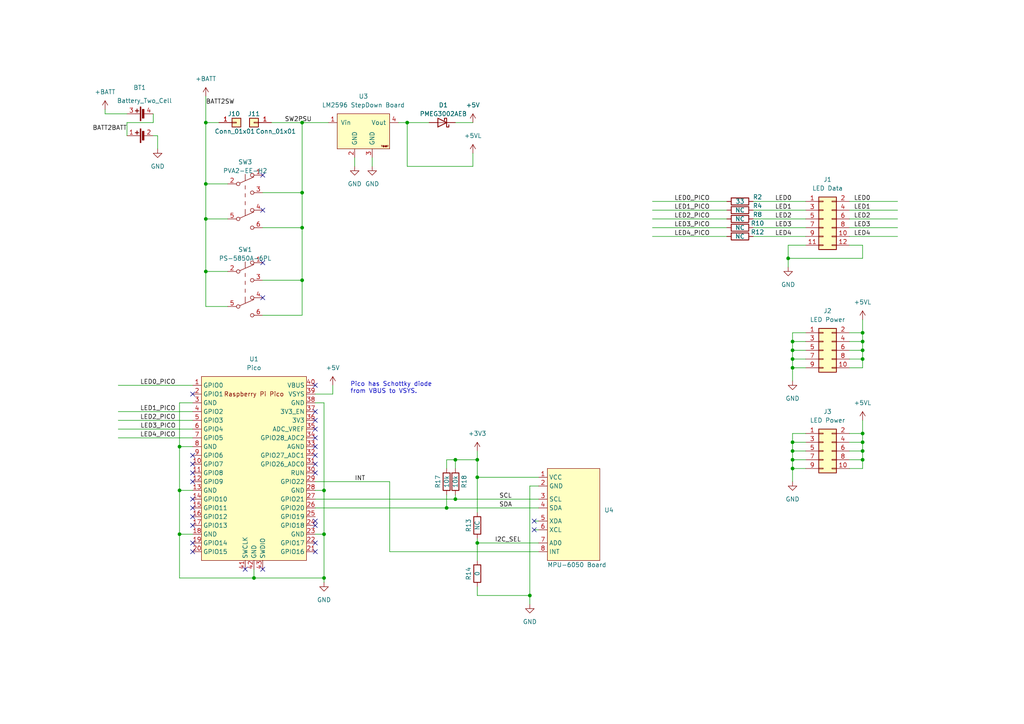
<source format=kicad_sch>
(kicad_sch (version 20230121) (generator eeschema)
  (paper "A4")
  (lib_symbols
    (symbol "Connector_Generic:Conn_01x01" (pin_names (offset 1.016) hide)
      (property "Reference" "J" (at 0 2.54 0))
      (property "Value" "Conn_01x01" (at 0 -2.54 0))
      (symbol "Conn_01x01_1_1"
        (rectangle (start -1.27 0.127) (end 0 -0.127) (stroke (width 0.1524)))
        (rectangle (start -1.27 1.27) (end 1.27 -1.27) (stroke (width 0.254)) (fill (type background)))
        (pin passive line (at -5.08 0 0) (length 3.81) (name "Pin_1") (number "1"))
      )
    )
    (symbol "Connector_Generic:Conn_02x05_Odd_Even" (pin_names (offset 1.016) hide)
      (property "Reference" "J" (at 1.27 7.62 0))
      (property "Value" "Conn_02x05_Odd_Even" (at 1.27 -7.62 0))
      (symbol "Conn_02x05_Odd_Even_1_1"
        (rectangle (start -1.27 -4.953) (end 0 -5.207) (stroke (width 0.1524)))
        (rectangle (start -1.27 -2.413) (end 0 -2.667) (stroke (width 0.1524)))
        (rectangle (start -1.27 0.127) (end 0 -0.127) (stroke (width 0.1524)))
        (rectangle (start -1.27 2.667) (end 0 2.413) (stroke (width 0.1524)))
        (rectangle (start -1.27 5.207) (end 0 4.953) (stroke (width 0.1524)))
        (rectangle (start -1.27 6.35) (end 3.81 -6.35) (stroke (width 0.254)) (fill (type background)))
        (rectangle (start 3.81 -4.953) (end 2.54 -5.207) (stroke (width 0.1524)))
        (rectangle (start 3.81 -2.413) (end 2.54 -2.667) (stroke (width 0.1524)))
        (rectangle (start 3.81 0.127) (end 2.54 -0.127) (stroke (width 0.1524)))
        (rectangle (start 3.81 2.667) (end 2.54 2.413) (stroke (width 0.1524)))
        (rectangle (start 3.81 5.207) (end 2.54 4.953) (stroke (width 0.1524)))
        (pin passive line (at -5.08 5.08 0) (length 3.81) (name "Pin_1") (number "1"))
        (pin passive line (at 7.62 -5.08 180) (length 3.81) (name "Pin_10") (number "10"))
        (pin passive line (at 7.62 5.08 180) (length 3.81) (name "Pin_2") (number "2"))
        (pin passive line (at -5.08 2.54 0) (length 3.81) (name "Pin_3") (number "3"))
        (pin passive line (at 7.62 2.54 180) (length 3.81) (name "Pin_4") (number "4"))
        (pin passive line (at -5.08 0 0) (length 3.81) (name "Pin_5") (number "5"))
        (pin passive line (at 7.62 0 180) (length 3.81) (name "Pin_6") (number "6"))
        (pin passive line (at -5.08 -2.54 0) (length 3.81) (name "Pin_7") (number "7"))
        (pin passive line (at 7.62 -2.54 180) (length 3.81) (name "Pin_8") (number "8"))
        (pin passive line (at -5.08 -5.08 0) (length 3.81) (name "Pin_9") (number "9"))
      )
    )
    (symbol "Connector_Generic:Conn_02x06_Odd_Even" (pin_names (offset 1.016) hide)
      (property "Reference" "J" (at 1.27 7.62 0))
      (property "Value" "Conn_02x06_Odd_Even" (at 1.27 -10.16 0))
      (symbol "Conn_02x06_Odd_Even_1_1"
        (rectangle (start -1.27 -7.493) (end 0 -7.747) (stroke (width 0.1524)))
        (rectangle (start -1.27 -4.953) (end 0 -5.207) (stroke (width 0.1524)))
        (rectangle (start -1.27 -2.413) (end 0 -2.667) (stroke (width 0.1524)))
        (rectangle (start -1.27 0.127) (end 0 -0.127) (stroke (width 0.1524)))
        (rectangle (start -1.27 2.667) (end 0 2.413) (stroke (width 0.1524)))
        (rectangle (start -1.27 5.207) (end 0 4.953) (stroke (width 0.1524)))
        (rectangle (start -1.27 6.35) (end 3.81 -8.89) (stroke (width 0.254)) (fill (type background)))
        (rectangle (start 3.81 -7.493) (end 2.54 -7.747) (stroke (width 0.1524)))
        (rectangle (start 3.81 -4.953) (end 2.54 -5.207) (stroke (width 0.1524)))
        (rectangle (start 3.81 -2.413) (end 2.54 -2.667) (stroke (width 0.1524)))
        (rectangle (start 3.81 0.127) (end 2.54 -0.127) (stroke (width 0.1524)))
        (rectangle (start 3.81 2.667) (end 2.54 2.413) (stroke (width 0.1524)))
        (rectangle (start 3.81 5.207) (end 2.54 4.953) (stroke (width 0.1524)))
        (pin passive line (at -5.08 5.08 0) (length 3.81) (name "Pin_1") (number "1"))
        (pin passive line (at 7.62 -5.08 180) (length 3.81) (name "Pin_10") (number "10"))
        (pin passive line (at -5.08 -7.62 0) (length 3.81) (name "Pin_11") (number "11"))
        (pin passive line (at 7.62 -7.62 180) (length 3.81) (name "Pin_12") (number "12"))
        (pin passive line (at 7.62 5.08 180) (length 3.81) (name "Pin_2") (number "2"))
        (pin passive line (at -5.08 2.54 0) (length 3.81) (name "Pin_3") (number "3"))
        (pin passive line (at 7.62 2.54 180) (length 3.81) (name "Pin_4") (number "4"))
        (pin passive line (at -5.08 0 0) (length 3.81) (name "Pin_5") (number "5"))
        (pin passive line (at 7.62 0 180) (length 3.81) (name "Pin_6") (number "6"))
        (pin passive line (at -5.08 -2.54 0) (length 3.81) (name "Pin_7") (number "7"))
        (pin passive line (at 7.62 -2.54 180) (length 3.81) (name "Pin_8") (number "8"))
        (pin passive line (at -5.08 -5.08 0) (length 3.81) (name "Pin_9") (number "9"))
      )
    )
    (symbol "Device:D_Schottky" (pin_numbers hide) (pin_names (offset 1.016) hide)
      (property "Reference" "D" (at 0 2.54 0))
      (property "Value" "D_Schottky" (at 0 -2.54 0))
      (symbol "D_Schottky_0_1"
        (polyline (pts (xy 1.27 0) (xy -1.27 0)))
        (polyline (pts (xy 1.27 1.27) (xy 1.27 -1.27) (xy -1.27 0) (xy 1.27 1.27)) (stroke (width 0.254)))
        (polyline (pts (xy -1.905 0.635) (xy -1.905 1.27) (xy -1.27 1.27) (xy -1.27 -1.27) (xy -0.635 -1.27) (xy -0.635 -0.635)) (stroke (width 0.254)))
      )
      (symbol "D_Schottky_1_1"
        (pin passive line (at -3.81 0 0) (length 2.54) (name "K") (number "1"))
        (pin passive line (at 3.81 0 180) (length 2.54) (name "A") (number "2"))
      )
    )
    (symbol "Device:R" (pin_numbers hide) (pin_names (offset 0))
      (property "Reference" "R" (at 2.032 0 90))
      (property "Value" "R" (at 0 0 90))
      (symbol "R_0_1"
        (rectangle (start -1.016 -2.54) (end 1.016 2.54) (stroke (width 0.254)))
      )
      (symbol "R_1_1"
        (pin passive line (at 0 3.81 270) (length 1.27) (name "~") (number "1"))
        (pin passive line (at 0 -3.81 90) (length 1.27) (name "~") (number "2"))
      )
    )
    (symbol "LM2596_Board:YAAJ_DCDC_StepDown_LM2596" (pin_names (offset 1.016))
      (property "Reference" "U" (at -5.08 6.35 0))
      (property "Value" "YAAJ_DCDC_StepDown_LM2596" (at 0 11.43 0))
      (symbol "YAAJ_DCDC_StepDown_LM2596_0_1"
        (rectangle (start -7.62 5.08) (end 7.62 -5.08) (fill (type background)))
      )
      (symbol "YAAJ_DCDC_StepDown_LM2596_1_1"
        (text "Y@@V" (at 6.1976 -4.2672 0) (effects (font (size 0.508 0.508))))
        (pin power_in line (at -10.16 2.54 0) (length 2.54) (name "Vin") (number "1"))
        (pin power_in line (at -2.54 -7.62 90) (length 2.54) (name "GND") (number "2"))
        (pin power_in line (at 2.54 -7.62 90) (length 2.54) (name "GND") (number "3"))
        (pin power_out line (at 10.16 2.54 180) (length 2.54) (name "Vout") (number "4"))
      )
    )
    (symbol "MCU_RaspberryPi_and_Boards:Pico"
      (property "Reference" "U" (at -13.97 27.94 0))
      (property "Value" "Pico" (at 0 19.05 0))
      (symbol "Pico_0_0"
        (text "Raspberry Pi Pico" (at 0 21.59 0) (effects (font (size 1.27 1.27))))
      )
      (symbol "Pico_0_1"
        (rectangle (start -15.24 26.67) (end 15.24 -26.67) (fill (type background)))
      )
      (symbol "Pico_1_1"
        (pin bidirectional line (at -17.78 24.13 0) (length 2.54) (name "GPIO0") (number "1"))
        (pin bidirectional line (at -17.78 1.27 0) (length 2.54) (name "GPIO7") (number "10"))
        (pin bidirectional line (at -17.78 -1.27 0) (length 2.54) (name "GPIO8") (number "11"))
        (pin bidirectional line (at -17.78 -3.81 0) (length 2.54) (name "GPIO9") (number "12"))
        (pin power_in line (at -17.78 -6.35 0) (length 2.54) (name "GND") (number "13"))
        (pin bidirectional line (at -17.78 -8.89 0) (length 2.54) (name "GPIO10") (number "14"))
        (pin bidirectional line (at -17.78 -11.43 0) (length 2.54) (name "GPIO11") (number "15"))
        (pin bidirectional line (at -17.78 -13.97 0) (length 2.54) (name "GPIO12") (number "16"))
        (pin bidirectional line (at -17.78 -16.51 0) (length 2.54) (name "GPIO13") (number "17"))
        (pin power_in line (at -17.78 -19.05 0) (length 2.54) (name "GND") (number "18"))
        (pin bidirectional line (at -17.78 -21.59 0) (length 2.54) (name "GPIO14") (number "19"))
        (pin bidirectional line (at -17.78 21.59 0) (length 2.54) (name "GPIO1") (number "2"))
        (pin bidirectional line (at -17.78 -24.13 0) (length 2.54) (name "GPIO15") (number "20"))
        (pin bidirectional line (at 17.78 -24.13 180) (length 2.54) (name "GPIO16") (number "21"))
        (pin bidirectional line (at 17.78 -21.59 180) (length 2.54) (name "GPIO17") (number "22"))
        (pin power_in line (at 17.78 -19.05 180) (length 2.54) (name "GND") (number "23"))
        (pin bidirectional line (at 17.78 -16.51 180) (length 2.54) (name "GPIO18") (number "24"))
        (pin bidirectional line (at 17.78 -13.97 180) (length 2.54) (name "GPIO19") (number "25"))
        (pin bidirectional line (at 17.78 -11.43 180) (length 2.54) (name "GPIO20") (number "26"))
        (pin bidirectional line (at 17.78 -8.89 180) (length 2.54) (name "GPIO21") (number "27"))
        (pin power_in line (at 17.78 -6.35 180) (length 2.54) (name "GND") (number "28"))
        (pin bidirectional line (at 17.78 -3.81 180) (length 2.54) (name "GPIO22") (number "29"))
        (pin power_in line (at -17.78 19.05 0) (length 2.54) (name "GND") (number "3"))
        (pin input line (at 17.78 -1.27 180) (length 2.54) (name "RUN") (number "30"))
        (pin bidirectional line (at 17.78 1.27 180) (length 2.54) (name "GPIO26_ADC0") (number "31"))
        (pin bidirectional line (at 17.78 3.81 180) (length 2.54) (name "GPIO27_ADC1") (number "32"))
        (pin power_in line (at 17.78 6.35 180) (length 2.54) (name "AGND") (number "33"))
        (pin bidirectional line (at 17.78 8.89 180) (length 2.54) (name "GPIO28_ADC2") (number "34"))
        (pin power_in line (at 17.78 11.43 180) (length 2.54) (name "ADC_VREF") (number "35"))
        (pin power_in line (at 17.78 13.97 180) (length 2.54) (name "3V3") (number "36"))
        (pin input line (at 17.78 16.51 180) (length 2.54) (name "3V3_EN") (number "37"))
        (pin bidirectional line (at 17.78 19.05 180) (length 2.54) (name "GND") (number "38"))
        (pin power_in line (at 17.78 21.59 180) (length 2.54) (name "VSYS") (number "39"))
        (pin bidirectional line (at -17.78 16.51 0) (length 2.54) (name "GPIO2") (number "4"))
        (pin power_in line (at 17.78 24.13 180) (length 2.54) (name "VBUS") (number "40"))
        (pin input line (at -2.54 -29.21 90) (length 2.54) (name "SWCLK") (number "41"))
        (pin power_in line (at 0 -29.21 90) (length 2.54) (name "GND") (number "42"))
        (pin bidirectional line (at 2.54 -29.21 90) (length 2.54) (name "SWDIO") (number "43"))
        (pin bidirectional line (at -17.78 13.97 0) (length 2.54) (name "GPIO3") (number "5"))
        (pin bidirectional line (at -17.78 11.43 0) (length 2.54) (name "GPIO4") (number "6"))
        (pin bidirectional line (at -17.78 8.89 0) (length 2.54) (name "GPIO5") (number "7"))
        (pin power_in line (at -17.78 6.35 0) (length 2.54) (name "GND") (number "8"))
        (pin bidirectional line (at -17.78 3.81 0) (length 2.54) (name "GPIO6") (number "9"))
      )
    )
    (symbol "MPU-6050_Board:MPU-6050 Board"
      (property "Reference" "U" (at 0 0 0))
      (property "Value" "MPU-6050 Board" (at 0 13.97 0))
      (symbol "MPU-6050 Board_0_1"
        (rectangle (start -7.62 12.7) (end 7.62 -13.97) (fill (type background)))
      )
      (symbol "MPU-6050 Board_1_1"
        (pin power_in line (at -10.16 10.16 0) (length 2.54) (name "VCC") (number "1"))
        (pin power_in line (at -10.16 7.62 0) (length 2.54) (name "GND") (number "2"))
        (pin input line (at -10.16 3.81 0) (length 2.54) (name "SCL") (number "3"))
        (pin bidirectional line (at -10.16 1.27 0) (length 2.54) (name "SDA") (number "4"))
        (pin bidirectional line (at -10.16 -2.54 0) (length 2.54) (name "XDA") (number "5"))
        (pin input line (at -10.16 -5.08 0) (length 2.54) (name "XCL") (number "6"))
        (pin input line (at -10.16 -8.89 0) (length 2.54) (name "AD0") (number "7"))
        (pin output line (at -10.16 -11.43 0) (length 2.54) (name "INT") (number "8"))
      )
    )
    (symbol "Switch:SW_Push_DPDT" (pin_names (offset 0) hide)
      (property "Reference" "SW" (at 0 8.89 0))
      (property "Value" "SW_Push_DPDT" (at 0 -10.16 0))
      (symbol "SW_Push_DPDT_0_0"
        (circle (center -2.032 -5.08) (radius 0.508))
        (circle (center -2.032 5.08) (radius 0.508))
        (circle (center 2.032 -7.62) (radius 0.508))
        (circle (center 2.032 2.54) (radius 0.508))
      )
      (symbol "SW_Push_DPDT_0_1"
        (polyline (pts (xy -1.524 -4.826) (xy 2.54 -3.048)))
        (polyline (pts (xy -1.524 5.334) (xy 2.54 7.112)))
        (polyline (pts (xy 0 -2.286) (xy 0 -4.064)))
        (polyline (pts (xy 0 -1.016) (xy 0 0)))
        (polyline (pts (xy 0 1.27) (xy 0 2.286)))
        (polyline (pts (xy 0 3.556) (xy 0 4.572)))
        (polyline (pts (xy 0 7.874) (xy 0 6.096)))
        (circle (center 2.032 -2.54) (radius 0.508))
        (circle (center 2.032 7.62) (radius 0.508))
      )
      (symbol "SW_Push_DPDT_1_1"
        (pin passive line (at 5.08 7.62 180) (length 2.54) (name "A") (number "1"))
        (pin passive line (at -5.08 5.08 0) (length 2.54) (name "B") (number "2"))
        (pin passive line (at 5.08 2.54 180) (length 2.54) (name "C") (number "3"))
        (pin passive line (at 5.08 -2.54 180) (length 2.54) (name "A") (number "4"))
        (pin passive line (at -5.08 -5.08 0) (length 2.54) (name "B") (number "5"))
        (pin passive line (at 5.08 -7.62 180) (length 2.54) (name "C") (number "6"))
      )
    )
    (symbol "battery_holder:Battery_Two_Cell" (pin_names (offset 0) hide)
      (property "Reference" "BT" (at 2.54 2.54 0))
      (property "Value" "Battery_Two_Cell" (at 2.54 0.381 0))
      (symbol "Battery_Two_Cell_0_1"
        (rectangle (start -8.382 1.27) (end -4.318 1.016) (fill (type outline)))
        (rectangle (start -7.62 0.635) (end -5.0292 0.127) (fill (type outline)))
        (rectangle (start -2.032 1.27) (end 2.032 1.016) (fill (type outline)))
        (rectangle (start -1.27 0.635) (end 1.3208 0.127) (fill (type outline)))
        (polyline (pts (xy -6.35 1.27) (xy -6.35 2.54)))
        (polyline (pts (xy -5.969 2.159) (xy -4.953 2.159)) (stroke (width 0.254)))
        (polyline (pts (xy -5.461 2.667) (xy -5.461 1.651)) (stroke (width 0.254)))
        (polyline (pts (xy 0 1.27) (xy 0 2.54)))
        (polyline (pts (xy 0.381 2.159) (xy 1.397 2.159)) (stroke (width 0.254)))
        (polyline (pts (xy 0.889 2.667) (xy 0.889 1.651)) (stroke (width 0.254)))
      )
      (symbol "Battery_Two_Cell_1_1"
        (pin passive line (at -6.35 5.08 270) (length 2.54) (name "+") (number "1"))
        (pin passive line (at -6.35 -2.54 90) (length 2.54) (name "-") (number "2"))
        (pin passive line (at 0 5.08 270) (length 2.54) (name "+") (number "3"))
        (pin passive line (at 0 -2.54 90) (length 2.54) (name "-") (number "4"))
      )
    )
    (symbol "power:+3.3V" (power) (pin_names (offset 0))
      (property "Value" "+3.3V" (at 0 3.556 0))
      (symbol "+3.3V_0_1"
        (polyline (pts (xy -0.762 1.27) (xy 0 2.54)))
        (polyline (pts (xy 0 0) (xy 0 2.54)))
        (polyline (pts (xy 0 2.54) (xy 0.762 1.27)))
      )
      (symbol "+3.3V_1_1"
        (pin power_in line (at 0 0 90) (length 0) hide (name "+3V3") (number "1"))
      )
    )
    (symbol "power:+5V" (power) (pin_names (offset 0))
      (property "Value" "+5V" (at 0 3.556 0))
      (symbol "+5V_0_1"
        (polyline (pts (xy -0.762 1.27) (xy 0 2.54)))
        (polyline (pts (xy 0 0) (xy 0 2.54)))
        (polyline (pts (xy 0 2.54) (xy 0.762 1.27)))
      )
      (symbol "+5V_1_1"
        (pin power_in line (at 0 0 90) (length 0) hide (name "+5V") (number "1"))
      )
    )
    (symbol "power:+5VL" (power) (pin_names (offset 0))
      (property "Value" "+5VL" (at 0 3.556 0))
      (symbol "+5VL_0_1"
        (polyline (pts (xy -0.762 1.27) (xy 0 2.54)))
        (polyline (pts (xy 0 0) (xy 0 2.54)))
        (polyline (pts (xy 0 2.54) (xy 0.762 1.27)))
      )
      (symbol "+5VL_1_1"
        (pin power_in line (at 0 0 90) (length 0) hide (name "+5VL") (number "1"))
      )
    )
    (symbol "power:+BATT" (power) (pin_names (offset 0))
      (property "Value" "+BATT" (at 0 3.556 0))
      (symbol "+BATT_0_1"
        (polyline (pts (xy -0.762 1.27) (xy 0 2.54)))
        (polyline (pts (xy 0 0) (xy 0 2.54)))
        (polyline (pts (xy 0 2.54) (xy 0.762 1.27)))
      )
      (symbol "+BATT_1_1"
        (pin power_in line (at 0 0 90) (length 0) hide (name "+BATT") (number "1"))
      )
    )
    (symbol "power:GND" (power) (pin_names (offset 0))
      (property "Value" "GND" (at 0 -3.81 0))
      (symbol "GND_0_1"
        (polyline (pts (xy 0 0) (xy 0 -1.27) (xy 1.27 -1.27) (xy 0 -2.54) (xy -1.27 -1.27) (xy 0 -1.27)))
      )
      (symbol "GND_1_1"
        (pin power_in line (at 0 0 270) (length 0) hide (name "GND") (number "1"))
      )
    )
  )
  (junction (at 132.08 144.78))
  (junction (at 229.87 106.68))
  (junction (at 73.66 167.64))
  (junction (at 250.19 101.6))
  (junction (at 52.07 129.54))
  (junction (at 229.87 130.81))
  (junction (at 250.19 99.06))
  (junction (at 52.07 142.24))
  (junction (at 228.6 74.93))
  (junction (at 138.43 157.48))
  (junction (at 229.87 133.35))
  (junction (at 229.87 135.89))
  (junction (at 250.19 130.81))
  (junction (at 229.87 99.06))
  (junction (at 250.19 104.14))
  (junction (at 153.67 172.72))
  (junction (at 250.19 133.35))
  (junction (at 87.63 81.28))
  (junction (at 59.69 53.34))
  (junction (at 229.87 128.27))
  (junction (at 129.54 147.32))
  (junction (at 229.87 101.6))
  (junction (at 87.63 66.04))
  (junction (at 250.19 125.73))
  (junction (at 132.08 133.35))
  (junction (at 59.69 78.74))
  (junction (at 93.98 167.64))
  (junction (at 87.63 35.56))
  (junction (at 59.69 35.56))
  (junction (at 52.07 154.94))
  (junction (at 250.19 128.27))
  (junction (at 93.98 142.24))
  (junction (at 229.87 104.14))
  (junction (at 59.69 63.5))
  (junction (at 250.19 96.52))
  (junction (at 93.98 154.94))
  (junction (at 138.43 133.35))
  (junction (at 118.11 35.56))
  (junction (at 87.63 55.88))
  (junction (at 138.43 138.43))
  (no_connect (at 76.2 50.8))
  (no_connect (at 91.44 119.38))
  (no_connect (at 76.2 86.36))
  (no_connect (at 91.44 137.16))
  (no_connect (at 76.2 60.96))
  (no_connect (at 76.2 165.1))
  (no_connect (at 154.94 151.13))
  (no_connect (at 154.94 153.67))
  (no_connect (at 71.12 165.1))
  (no_connect (at 91.44 124.46))
  (no_connect (at 91.44 121.92))
  (no_connect (at 55.88 132.08))
  (no_connect (at 55.88 134.62))
  (no_connect (at 55.88 137.16))
  (no_connect (at 55.88 114.3))
  (no_connect (at 55.88 157.48))
  (no_connect (at 55.88 152.4))
  (no_connect (at 55.88 160.02))
  (no_connect (at 91.44 127))
  (no_connect (at 91.44 129.54))
  (no_connect (at 91.44 132.08))
  (no_connect (at 91.44 134.62))
  (no_connect (at 55.88 139.7))
  (no_connect (at 55.88 144.78))
  (no_connect (at 55.88 147.32))
  (no_connect (at 55.88 149.86))
  (no_connect (at 91.44 151.13))
  (no_connect (at 91.44 152.4))
  (no_connect (at 91.44 160.02))
  (no_connect (at 91.44 157.48))
  (no_connect (at 76.2 76.2))
  (no_connect (at 91.44 111.76))
  (wire (pts (xy 132.08 143.51) (xy 132.08 144.78)))
  (wire (pts (xy 153.67 175.26) (xy 153.67 172.72)))
  (wire (pts (xy 132.08 133.35) (xy 129.54 133.35)))
  (wire (pts (xy 59.69 78.74) (xy 59.69 88.9)))
  (wire (pts (xy 246.38 125.73) (xy 250.19 125.73)))
  (wire (pts (xy 228.6 71.12) (xy 228.6 74.93)))
  (wire (pts (xy 246.38 106.68) (xy 250.19 106.68)))
  (wire (pts (xy 153.67 172.72) (xy 153.67 140.97)))
  (wire (pts (xy 87.63 55.88) (xy 87.63 66.04)))
  (wire (pts (xy 129.54 143.51) (xy 129.54 147.32)))
  (wire (pts (xy 250.19 92.71) (xy 250.19 96.52)))
  (wire (pts (xy 96.52 111.76) (xy 96.52 114.3)))
  (wire (pts (xy 246.38 58.42) (xy 260.35 58.42)))
  (wire (pts (xy 218.44 68.58) (xy 233.68 68.58)))
  (wire (pts (xy 91.44 142.24) (xy 93.98 142.24)))
  (wire (pts (xy 229.87 130.81) (xy 233.68 130.81)))
  (wire (pts (xy 246.38 135.89) (xy 250.19 135.89)))
  (wire (pts (xy 87.63 81.28) (xy 87.63 91.44)))
  (wire (pts (xy 59.69 35.56) (xy 63.5 35.56)))
  (wire (pts (xy 45.72 39.37) (xy 45.72 43.18)))
  (wire (pts (xy 132.08 133.35) (xy 138.43 133.35)))
  (wire (pts (xy 93.98 154.94) (xy 93.98 167.64)))
  (wire (pts (xy 76.2 55.88) (xy 87.63 55.88)))
  (wire (pts (xy 34.29 111.76) (xy 55.88 111.76)))
  (wire (pts (xy 132.08 35.56) (xy 137.16 35.56)))
  (wire (pts (xy 233.68 71.12) (xy 228.6 71.12)))
  (wire (pts (xy 52.07 142.24) (xy 55.88 142.24)))
  (wire (pts (xy 52.07 129.54) (xy 55.88 129.54)))
  (wire (pts (xy 34.29 124.46) (xy 55.88 124.46)))
  (wire (pts (xy 229.87 99.06) (xy 233.68 99.06)))
  (wire (pts (xy 59.69 78.74) (xy 66.04 78.74)))
  (wire (pts (xy 78.74 35.56) (xy 87.63 35.56)))
  (wire (pts (xy 118.11 48.26) (xy 137.16 48.26)))
  (wire (pts (xy 218.44 60.96) (xy 233.68 60.96)))
  (wire (pts (xy 246.38 99.06) (xy 250.19 99.06)))
  (wire (pts (xy 91.44 154.94) (xy 93.98 154.94)))
  (wire (pts (xy 246.38 130.81) (xy 250.19 130.81)))
  (wire (pts (xy 93.98 142.24) (xy 93.98 116.84)))
  (wire (pts (xy 113.03 160.02) (xy 113.03 139.7)))
  (wire (pts (xy 87.63 35.56) (xy 95.25 35.56)))
  (wire (pts (xy 250.19 130.81) (xy 250.19 133.35)))
  (wire (pts (xy 246.38 104.14) (xy 250.19 104.14)))
  (wire (pts (xy 229.87 135.89) (xy 229.87 139.7)))
  (wire (pts (xy 218.44 63.5) (xy 233.68 63.5)))
  (wire (pts (xy 138.43 130.81) (xy 138.43 133.35)))
  (wire (pts (xy 246.38 60.96) (xy 260.35 60.96)))
  (wire (pts (xy 138.43 138.43) (xy 156.21 138.43)))
  (wire (pts (xy 233.68 96.52) (xy 229.87 96.52)))
  (wire (pts (xy 153.67 140.97) (xy 156.21 140.97)))
  (wire (pts (xy 250.19 125.73) (xy 250.19 128.27)))
  (wire (pts (xy 138.43 156.21) (xy 138.43 157.48)))
  (wire (pts (xy 229.87 135.89) (xy 233.68 135.89)))
  (wire (pts (xy 52.07 154.94) (xy 52.07 167.64)))
  (wire (pts (xy 138.43 157.48) (xy 138.43 162.56)))
  (wire (pts (xy 93.98 154.94) (xy 93.98 142.24)))
  (wire (pts (xy 246.38 68.58) (xy 260.35 68.58)))
  (wire (pts (xy 250.19 133.35) (xy 250.19 135.89)))
  (wire (pts (xy 73.66 165.1) (xy 73.66 167.64)))
  (wire (pts (xy 229.87 130.81) (xy 229.87 133.35)))
  (wire (pts (xy 229.87 106.68) (xy 229.87 110.49)))
  (wire (pts (xy 154.94 153.67) (xy 156.21 153.67)))
  (wire (pts (xy 87.63 66.04) (xy 76.2 66.04)))
  (wire (pts (xy 229.87 133.35) (xy 229.87 135.89)))
  (wire (pts (xy 138.43 170.18) (xy 138.43 172.72)))
  (wire (pts (xy 129.54 147.32) (xy 156.21 147.32)))
  (wire (pts (xy 87.63 81.28) (xy 76.2 81.28)))
  (wire (pts (xy 107.95 45.72) (xy 107.95 48.26)))
  (wire (pts (xy 218.44 58.42) (xy 233.68 58.42)))
  (wire (pts (xy 102.87 45.72) (xy 102.87 48.26)))
  (wire (pts (xy 250.19 96.52) (xy 250.19 99.06)))
  (wire (pts (xy 229.87 133.35) (xy 233.68 133.35)))
  (wire (pts (xy 189.23 60.96) (xy 210.82 60.96)))
  (wire (pts (xy 229.87 101.6) (xy 229.87 104.14)))
  (wire (pts (xy 250.19 101.6) (xy 250.19 104.14)))
  (wire (pts (xy 87.63 35.56) (xy 87.63 55.88)))
  (wire (pts (xy 36.83 35.56) (xy 36.83 39.37)))
  (wire (pts (xy 34.29 121.92) (xy 55.88 121.92)))
  (wire (pts (xy 189.23 58.42) (xy 210.82 58.42)))
  (wire (pts (xy 91.44 144.78) (xy 132.08 144.78)))
  (wire (pts (xy 250.19 104.14) (xy 250.19 106.68)))
  (wire (pts (xy 52.07 129.54) (xy 52.07 116.84)))
  (wire (pts (xy 113.03 160.02) (xy 156.21 160.02)))
  (wire (pts (xy 246.38 101.6) (xy 250.19 101.6)))
  (wire (pts (xy 44.45 39.37) (xy 45.72 39.37)))
  (wire (pts (xy 250.19 99.06) (xy 250.19 101.6)))
  (wire (pts (xy 93.98 116.84) (xy 91.44 116.84)))
  (wire (pts (xy 132.08 144.78) (xy 156.21 144.78)))
  (wire (pts (xy 189.23 66.04) (xy 210.82 66.04)))
  (wire (pts (xy 153.67 172.72) (xy 138.43 172.72)))
  (wire (pts (xy 52.07 142.24) (xy 52.07 129.54)))
  (wire (pts (xy 250.19 121.92) (xy 250.19 125.73)))
  (wire (pts (xy 138.43 138.43) (xy 138.43 148.59)))
  (wire (pts (xy 229.87 96.52) (xy 229.87 99.06)))
  (wire (pts (xy 91.44 139.7) (xy 113.03 139.7)))
  (wire (pts (xy 229.87 99.06) (xy 229.87 101.6)))
  (wire (pts (xy 44.45 33.02) (xy 44.45 35.56)))
  (wire (pts (xy 229.87 104.14) (xy 229.87 106.68)))
  (wire (pts (xy 36.83 33.02) (xy 30.48 33.02)))
  (wire (pts (xy 246.38 71.12) (xy 250.19 71.12)))
  (wire (pts (xy 87.63 66.04) (xy 87.63 81.28)))
  (wire (pts (xy 250.19 74.93) (xy 228.6 74.93)))
  (wire (pts (xy 115.57 35.56) (xy 118.11 35.56)))
  (wire (pts (xy 246.38 66.04) (xy 260.35 66.04)))
  (wire (pts (xy 246.38 133.35) (xy 250.19 133.35)))
  (wire (pts (xy 87.63 91.44) (xy 76.2 91.44)))
  (wire (pts (xy 91.44 114.3) (xy 96.52 114.3)))
  (wire (pts (xy 59.69 88.9) (xy 66.04 88.9)))
  (wire (pts (xy 118.11 35.56) (xy 118.11 48.26)))
  (wire (pts (xy 246.38 128.27) (xy 250.19 128.27)))
  (wire (pts (xy 189.23 68.58) (xy 210.82 68.58)))
  (wire (pts (xy 246.38 63.5) (xy 260.35 63.5)))
  (wire (pts (xy 34.29 127) (xy 55.88 127)))
  (wire (pts (xy 34.29 119.38) (xy 55.88 119.38)))
  (wire (pts (xy 129.54 133.35) (xy 129.54 135.89)))
  (wire (pts (xy 30.48 31.75) (xy 30.48 33.02)))
  (wire (pts (xy 93.98 167.64) (xy 93.98 168.91)))
  (wire (pts (xy 228.6 74.93) (xy 228.6 77.47)))
  (wire (pts (xy 218.44 66.04) (xy 233.68 66.04)))
  (wire (pts (xy 132.08 135.89) (xy 132.08 133.35)))
  (wire (pts (xy 52.07 154.94) (xy 52.07 142.24)))
  (wire (pts (xy 229.87 128.27) (xy 229.87 130.81)))
  (wire (pts (xy 138.43 157.48) (xy 156.21 157.48)))
  (wire (pts (xy 52.07 154.94) (xy 55.88 154.94)))
  (wire (pts (xy 229.87 128.27) (xy 233.68 128.27)))
  (wire (pts (xy 44.45 35.56) (xy 36.83 35.56)))
  (wire (pts (xy 59.69 53.34) (xy 59.69 63.5)))
  (wire (pts (xy 59.69 63.5) (xy 66.04 63.5)))
  (wire (pts (xy 59.69 63.5) (xy 59.69 78.74)))
  (wire (pts (xy 137.16 44.45) (xy 137.16 48.26)))
  (wire (pts (xy 59.69 53.34) (xy 66.04 53.34)))
  (wire (pts (xy 246.38 96.52) (xy 250.19 96.52)))
  (wire (pts (xy 229.87 104.14) (xy 233.68 104.14)))
  (wire (pts (xy 59.69 35.56) (xy 59.69 53.34)))
  (wire (pts (xy 91.44 147.32) (xy 129.54 147.32)))
  (wire (pts (xy 52.07 116.84) (xy 55.88 116.84)))
  (wire (pts (xy 52.07 167.64) (xy 73.66 167.64)))
  (wire (pts (xy 59.69 27.94) (xy 59.69 35.56)))
  (wire (pts (xy 138.43 133.35) (xy 138.43 138.43)))
  (wire (pts (xy 154.94 151.13) (xy 156.21 151.13)))
  (wire (pts (xy 250.19 128.27) (xy 250.19 130.81)))
  (wire (pts (xy 233.68 125.73) (xy 229.87 125.73)))
  (wire (pts (xy 250.19 71.12) (xy 250.19 74.93)))
  (wire (pts (xy 229.87 106.68) (xy 233.68 106.68)))
  (wire (pts (xy 73.66 167.64) (xy 93.98 167.64)))
  (wire (pts (xy 189.23 63.5) (xy 210.82 63.5)))
  (wire (pts (xy 229.87 125.73) (xy 229.87 128.27)))
  (wire (pts (xy 118.11 35.56) (xy 124.46 35.56)))
  (wire (pts (xy 229.87 101.6) (xy 233.68 101.6)))
  (text "Pico has Schottky diode\nfrom VBUS to VSYS." (at 101.6 114.3 0) (effects (font (size 1.27 1.27)) (justify left bottom)))
  (label "LED4_PICO" (at 195.58 68.58 0))
  (label "LED0" (at 224.79 58.42 0))
  (label "LED2_PICO" (at 40.64 121.92 0))
  (label "SDA" (at 144.78 147.32 0))
  (label "LED1" (at 224.79 60.96 0))
  (label "LED1_PICO" (at 195.58 60.96 0))
  (label "LED2" (at 247.65 63.5 0))
  (label "LED3_PICO" (at 40.7076 124.46 0))
  (label "INT" (at 102.87 139.7 0))
  (label "LED1_PICO" (at 40.64 119.38 0))
  (label "LED0" (at 247.65 58.42 0))
  (label "LED3" (at 247.65 66.04 0))
  (label "BATT2SW" (at 59.69 30.48 0))
  (label "LED3_PICO" (at 195.58 66.04 0))
  (label "LED0_PICO" (at 40.64 111.76 0))
  (label "LED0_PICO" (at 195.58 58.42 0))
  (label "LED4_PICO" (at 40.64 127 0))
  (label "LED4" (at 224.79 68.58 0))
  (label "SW2PSU" (at 82.55 35.56 0))
  (label "I2C_SEL" (at 143.51 157.48 0))
  (label "LED2_PICO" (at 195.58 63.5 0))
  (label "BATT2BATT" (at 36.83 38.1 180))
  (label "SCL" (at 144.78 144.78 0))
  (label "LED1" (at 247.65 60.96 0))
  (label "LED3" (at 224.79 66.04 0))
  (label "LED4" (at 247.65 68.58 0))
  (label "LED2" (at 224.79 63.5 0))
  (symbol (lib_id "LM2596_Board:YAAJ_DCDC_StepDown_LM2596") (at 105.41 38.1 0) (unit 1)
    (property "Reference" "U3" (at 105.41 27.94 0))
    (property "Value" "LM2596 StepDown Board" (at 105.41 30.48 0))
    (property "Footprint" "LM2596_Board:YAAJ_DCDC_StepDown_LM2596" (effects hide))
  )
  (symbol (lib_id "Device:R") (at 214.63 60.96 90) (unit 1)
    (property "Reference" "R4" (at 219.71 59.69 90))
    (property "Value" "NC" (at 214.63 60.96 90))
    (property "Footprint" "Resistor_SMD:R_0603_1608Metric_Pad0.98x0.95mm_HandSolder" (effects hide))
  )
  (symbol (lib_id "Connector_Generic:Conn_01x01") (at 73.66 35.56 180) (unit 1)
    (property "Reference" "J11" (at 73.66 33.02 0))
    (property "Value" "Conn_01x01" (at 80.01 38.1 0))
    (property "Footprint" "TestPoint:TestPoint_Loop_D3.80mm_Drill2.0mm" (effects hide))
  )
  (symbol (lib_id "Device:R") (at 129.54 139.7 180) (unit 1)
    (property "Reference" "R17" (at 127 139.7 90))
    (property "Value" "10k" (at 129.54 139.7 90))
    (property "Footprint" "Resistor_SMD:R_0603_1608Metric_Pad0.98x0.95mm_HandSolder" (effects hide))
  )
  (symbol (lib_id "MPU-6050_Board:MPU-6050 Board") (at 166.37 148.59 0) (unit 1)
    (property "Reference" "U4" (at 175.26 147.9549 0) (effects (justify left)))
    (property "Value" "MPU-6050 Board" (at 158.75 163.83 0) (effects (justify left)))
    (property "Footprint" "MPU-6050_Board:MPU-6050_Board_no_screw_holes" (effects hide))
  )
  (symbol (lib_id "power:+3.3V") (at 138.43 130.81 0) (unit 1)
    (property "Reference" "#PWR0104" (effects hide))
    (property "Value" "+3.3V" (at 138.43 125.73 0))
  )
  (symbol (lib_id "battery_holder:Battery_Two_Cell") (at 41.91 33.02 90) (unit 1)
    (property "Reference" "BT1" (at 40.513 25.4 90))
    (property "Value" "Battery_Two_Cell" (at 41.91 29.21 90))
    (property "Footprint" "2x18650_battery_holder:battery_holder" (effects hide))
  )
  (symbol (lib_id "power:GND") (at 228.6 77.47 0) (unit 1)
    (property "Reference" "#PWR0103" (effects hide))
    (property "Value" "GND" (at 228.6 82.55 0))
  )
  (symbol (lib_id "power:+BATT") (at 30.48 31.75 0) (unit 1)
    (property "Reference" "#PWR0115" (effects hide))
    (property "Value" "+BATT" (at 30.48 26.67 0))
  )
  (symbol (lib_id "power:GND") (at 229.87 139.7 0) (unit 1)
    (property "Reference" "#PWR05" (effects hide))
    (property "Value" "GND" (at 229.87 144.78 0))
  )
  (symbol (lib_id "Device:R") (at 138.43 166.37 180) (unit 1)
    (property "Reference" "R14" (at 135.89 166.37 90))
    (property "Value" "0" (at 138.43 166.37 90))
    (property "Footprint" "Resistor_SMD:R_0603_1608Metric_Pad0.98x0.95mm_HandSolder" (effects hide))
  )
  (symbol (lib_id "Connector_Generic:Conn_02x06_Odd_Even") (at 238.76 63.5 0) (unit 1)
    (property "Reference" "J1" (at 240.03 52.07 0))
    (property "Value" "LED Data" (at 240.03 54.61 0))
    (property "Footprint" "Connector_PinHeader_2.54mm:PinHeader_2x06_P2.54mm_Vertical_SMD" (effects hide))
  )
  (symbol (lib_id "Device:R") (at 214.63 58.42 90) (unit 1)
    (property "Reference" "R2" (at 219.71 57.15 90))
    (property "Value" "33" (at 214.63 58.42 90))
    (property "Footprint" "Resistor_SMD:R_0603_1608Metric_Pad0.98x0.95mm_HandSolder" (effects hide))
  )
  (symbol (lib_id "power:+BATT") (at 59.69 27.94 0) (unit 1)
    (property "Reference" "#PWR0110" (effects hide))
    (property "Value" "+BATT" (at 59.69 22.86 0))
  )
  (symbol (lib_id "Device:R") (at 214.63 63.5 90) (unit 1)
    (property "Reference" "R8" (at 219.71 62.23 90))
    (property "Value" "NC" (at 214.63 63.5 90))
    (property "Footprint" "Resistor_SMD:R_0603_1608Metric_Pad0.98x0.95mm_HandSolder" (effects hide))
  )
  (symbol (lib_id "power:GND") (at 102.87 48.26 0) (unit 1)
    (property "Reference" "#PWR0108" (effects hide))
    (property "Value" "GND" (at 102.87 53.34 0))
  )
  (symbol (lib_id "power:+5VL") (at 250.19 92.71 0) (unit 1)
    (property "Reference" "#PWR0101" (effects hide))
    (property "Value" "+5VL" (at 250.19 87.63 0))
  )
  (symbol (lib_id "Device:R") (at 138.43 152.4 180) (unit 1)
    (property "Reference" "R13" (at 135.89 152.4 90))
    (property "Value" "NC" (at 138.43 152.4 90))
    (property "Footprint" "Resistor_SMD:R_0603_1608Metric_Pad0.98x0.95mm_HandSolder" (effects hide))
  )
  (symbol (lib_id "power:+5VL") (at 137.16 44.45 0) (unit 1)
    (property "Reference" "#PWR0112" (effects hide))
    (property "Value" "+5VL" (at 137.16 39.37 0))
  )
  (symbol (lib_id "power:+5V") (at 96.52 111.76 0) (unit 1)
    (property "Reference" "#PWR0116" (effects hide))
    (property "Value" "+5V" (at 96.52 106.68 0))
  )
  (symbol (lib_id "Switch:SW_Push_DPDT") (at 71.12 83.82 0) (unit 1)
    (property "Reference" "SW1" (at 71.12 72.39 0))
    (property "Value" "PS-5850A-6PL" (at 71.12 74.93 0))
    (property "Footprint" "Switches:SW_Push_2P2T_Toggle_G_Switch-PS-5850A-6PL" (effects hide))
    (property "Datasheet" "https://datasheet.lcsc.com/lcsc/2012062037_G-Switch-PS-5850A-6PL_C963201.pdf" (effects hide))
  )
  (symbol (lib_id "Connector_Generic:Conn_02x05_Odd_Even") (at 238.76 101.6 0) (unit 1)
    (property "Reference" "J2" (at 240.03 90.17 0))
    (property "Value" "LED Power" (at 240.03 92.71 0))
    (property "Footprint" "Connector_PinHeader_2.54mm:PinHeader_2x05_P2.54mm_Vertical_SMD" (effects hide))
  )
  (symbol (lib_id "power:GND") (at 107.95 48.26 0) (unit 1)
    (property "Reference" "#PWR0109" (effects hide))
    (property "Value" "GND" (at 107.95 53.34 0))
  )
  (symbol (lib_id "Device:R") (at 132.08 139.7 180) (unit 1)
    (property "Reference" "R18" (at 134.62 139.7 90))
    (property "Value" "10k" (at 132.08 139.7 90))
    (property "Footprint" "Resistor_SMD:R_0603_1608Metric_Pad0.98x0.95mm_HandSolder" (effects hide))
  )
  (symbol (lib_id "power:GND") (at 93.98 168.91 0) (unit 1)
    (property "Reference" "#PWR03" (effects hide))
    (property "Value" "GND" (at 93.98 173.99 0))
  )
  (symbol (lib_id "power:GND") (at 229.87 110.49 0) (unit 1)
    (property "Reference" "#PWR0111" (effects hide))
    (property "Value" "GND" (at 229.87 115.57 0))
  )
  (symbol (lib_id "power:+5V") (at 137.16 35.56 0) (unit 1)
    (property "Reference" "#PWR0113" (effects hide))
    (property "Value" "+5V" (at 137.16 30.48 0))
  )
  (symbol (lib_id "Device:D_Schottky") (at 128.27 35.56 180) (unit 1)
    (property "Reference" "D1" (at 128.5875 30.48 0))
    (property "Value" "PMEG3002AEB" (at 128.5875 33.02 0))
    (property "Footprint" "Diode_SMD:D_SOD-523" (effects hide))
    (property "Datasheet" "https://www.mouser.com/datasheet/2/916/PMEG3002AEB-2938462.pdf" (effects hide))
  )
  (symbol (lib_id "Connector_Generic:Conn_02x05_Odd_Even") (at 238.76 130.81 0) (unit 1)
    (property "Reference" "J3" (at 240.03 119.38 0))
    (property "Value" "LED Power" (at 240.03 121.92 0))
    (property "Footprint" "Connector_PinHeader_2.54mm:PinHeader_2x05_P2.54mm_Vertical_SMD" (effects hide))
  )
  (symbol (lib_id "Device:R") (at 214.63 68.58 90) (unit 1)
    (property "Reference" "R12" (at 219.71 67.31 90))
    (property "Value" "NC" (at 214.63 68.58 90))
    (property "Footprint" "Resistor_SMD:R_0603_1608Metric_Pad0.98x0.95mm_HandSolder" (effects hide))
  )
  (symbol (lib_id "power:+5VL") (at 250.19 121.92 0) (unit 1)
    (property "Reference" "#PWR01" (effects hide))
    (property "Value" "+5VL" (at 250.19 116.84 0))
  )
  (symbol (lib_id "power:GND") (at 45.72 43.18 0) (unit 1)
    (property "Reference" "#PWR0114" (effects hide))
    (property "Value" "GND" (at 45.72 48.26 0))
  )
  (symbol (lib_id "power:GND") (at 153.67 175.26 0) (unit 1)
    (property "Reference" "#PWR0102" (effects hide))
    (property "Value" "GND" (at 153.67 180.34 0))
  )
  (symbol (lib_id "Device:R") (at 214.63 66.04 90) (unit 1)
    (property "Reference" "R10" (at 219.71 64.77 90))
    (property "Value" "NC" (at 214.63 66.04 90))
    (property "Footprint" "Resistor_SMD:R_0603_1608Metric_Pad0.98x0.95mm_HandSolder" (effects hide))
  )
  (symbol (lib_id "Switch:SW_Push_DPDT") (at 71.12 58.42 0) (unit 1)
    (property "Reference" "SW3" (at 71.12 46.99 0))
    (property "Value" "PVA2-EE-H2" (at 71.12 49.53 0))
    (property "Footprint" "Button_Switch_THT:SW_Push_2P2T_Toggle_CK_PVA2xxH2xxxxxxV2" (effects hide))
    (property "Datasheet" "https://www.ckswitches.com/media/1343/pva.pdf" (effects hide))
  )
  (symbol (lib_id "Connector_Generic:Conn_01x01") (at 68.58 35.56 0) (unit 1)
    (property "Reference" "J10" (at 66.04 33.02 0) (effects (justify left)))
    (property "Value" "Conn_01x01" (at 62.23 38.1 0) (effects (justify left)))
    (property "Footprint" "TestPoint:TestPoint_Loop_D3.80mm_Drill2.0mm" (effects hide))
  )
  (symbol (lib_id "MCU_RaspberryPi_and_Boards:Pico") (at 73.66 135.89 0) (unit 1)
    (property "Reference" "U1" (at 73.66 104.14 0))
    (property "Value" "Pico" (at 73.66 106.68 0))
    (property "Footprint" "MCU_RaspberryPi_and_Boards:RPi_Pico_SMD_TH" (effects hide))
  )
)
</source>
